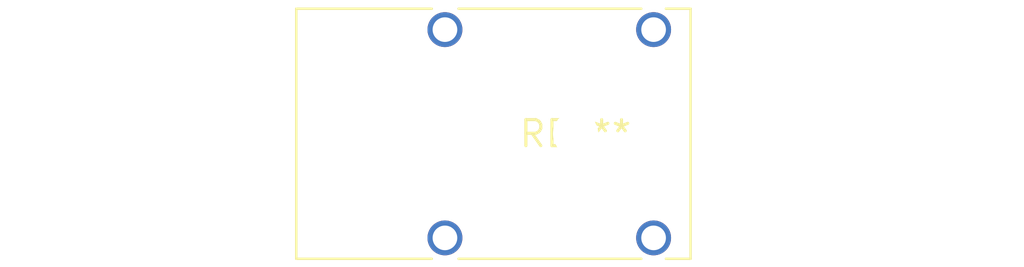
<source format=kicad_pcb>
(kicad_pcb (version 20240108) (generator pcbnew)
  (layers (0 "F.Cu" signal) (31 "B.Cu" signal) (34 "B.Paste" user) (35 "F.Paste" user) (36 "B.SilkS" user "B.Silkscreen") (37 "F.SilkS" user "F.Silkscreen") (38 "B.Mask" user) (39 "F.Mask" user) (44 "Edge.Cuts" user))
  (net 0 "")
  (footprint "Banana_Cliff_FCR7350N_S16N-PC_Horizontal" (layer "F.Cu") (at 0 0)
    (property "Reference" "REF**")
    (property "Value" "Banana_Cliff_FCR7350N_S16N-PC_Horizontal")
    (fp_line (start -13.6 -6.1) (end -13.6 6.1) (layer "F.SilkS") (stroke (width 0.12)))
    (fp_line (start -13.6 6.1) (end -7 6.1) (layer "F.SilkS") (stroke (width 0.12)))
    (fp_line (start -7 -6.1) (end -13.6 -6.1) (layer "F.SilkS") (stroke (width 0.12)))
    (fp_line (start -5.7 6.1) (end 3.2 6.1) (layer "F.SilkS") (stroke (width 0.12)))
    (fp_line (start 3.2 -6.1) (end -5.7 -6.1) (layer "F.SilkS") (stroke (width 0.12)))
    (fp_line (start 4.4 6.1) (end 5.6 6.1) (layer "F.SilkS") (stroke (width 0.12)))
    (fp_line (start 5.6 -6.1) (end 4.4 -6.1) (layer "F.SilkS") (stroke (width 0.12)))
    (fp_line (start 5.6 6.1) (end 5.6 -6.1) (layer "F.SilkS") (stroke (width 0.12)))
    (pad "" np_thru_hole circle (at -6.36 -5.08) (size 1.7 1.7) (drill 1.2) (layers F&B.Cu *.Mask))
    (pad "" np_thru_hole circle (at -6.36 5.08) (size 1.7 1.7) (drill 1.2) (layers F&B.Cu *.Mask))
    (pad "" np_thru_hole circle (at 3.8 -5.08) (size 1.7 1.7) (drill 1.2) (layers F&B.Cu *.Mask))
    (pad "" np_thru_hole circle (at 3.8 5.08) (size 1.7 1.7) (drill 1.2) (layers F&B.Cu *.Mask))
    (pad "1" thru_hole circle (at 0 0) (size 3.5 3.5) (drill 2.2) (layers *.Cu *.Mask) (remove_unused_layers))
  )
)
</source>
